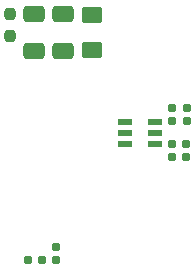
<source format=gbr>
%TF.GenerationSoftware,KiCad,Pcbnew,7.0.5*%
%TF.CreationDate,2024-01-17T11:15:44-05:00*%
%TF.ProjectId,CTRL,4354524c-2e6b-4696-9361-645f70636258,rev?*%
%TF.SameCoordinates,Original*%
%TF.FileFunction,Paste,Top*%
%TF.FilePolarity,Positive*%
%FSLAX46Y46*%
G04 Gerber Fmt 4.6, Leading zero omitted, Abs format (unit mm)*
G04 Created by KiCad (PCBNEW 7.0.5) date 2024-01-17 11:15:44*
%MOMM*%
%LPD*%
G01*
G04 APERTURE LIST*
G04 Aperture macros list*
%AMRoundRect*
0 Rectangle with rounded corners*
0 $1 Rounding radius*
0 $2 $3 $4 $5 $6 $7 $8 $9 X,Y pos of 4 corners*
0 Add a 4 corners polygon primitive as box body*
4,1,4,$2,$3,$4,$5,$6,$7,$8,$9,$2,$3,0*
0 Add four circle primitives for the rounded corners*
1,1,$1+$1,$2,$3*
1,1,$1+$1,$4,$5*
1,1,$1+$1,$6,$7*
1,1,$1+$1,$8,$9*
0 Add four rect primitives between the rounded corners*
20,1,$1+$1,$2,$3,$4,$5,0*
20,1,$1+$1,$4,$5,$6,$7,0*
20,1,$1+$1,$6,$7,$8,$9,0*
20,1,$1+$1,$8,$9,$2,$3,0*%
G04 Aperture macros list end*
%ADD10RoundRect,0.237500X0.237500X-0.250000X0.237500X0.250000X-0.237500X0.250000X-0.237500X-0.250000X0*%
%ADD11RoundRect,0.250001X-0.624999X0.462499X-0.624999X-0.462499X0.624999X-0.462499X0.624999X0.462499X0*%
%ADD12RoundRect,0.160000X0.197500X0.160000X-0.197500X0.160000X-0.197500X-0.160000X0.197500X-0.160000X0*%
%ADD13RoundRect,0.160000X-0.197500X-0.160000X0.197500X-0.160000X0.197500X0.160000X-0.197500X0.160000X0*%
%ADD14RoundRect,0.250000X-0.650000X0.412500X-0.650000X-0.412500X0.650000X-0.412500X0.650000X0.412500X0*%
%ADD15RoundRect,0.155000X0.155000X-0.212500X0.155000X0.212500X-0.155000X0.212500X-0.155000X-0.212500X0*%
%ADD16R,1.200000X0.600000*%
G04 APERTURE END LIST*
D10*
%TO.C,R4*%
X151260000Y-91911121D03*
X151260000Y-90086121D03*
%TD*%
D11*
%TO.C,F1*%
X158160000Y-90131121D03*
X158160000Y-93106121D03*
%TD*%
D12*
%TO.C,R15*%
X166190000Y-98048621D03*
X164995000Y-98048621D03*
%TD*%
%TO.C,R14*%
X166167500Y-102118621D03*
X164972500Y-102118621D03*
%TD*%
D13*
%TO.C,R2*%
X164972500Y-101098621D03*
X166167500Y-101098621D03*
%TD*%
D14*
%TO.C,C3*%
X153260000Y-90086121D03*
X153260000Y-93211121D03*
%TD*%
D15*
%TO.C,C4*%
X155160000Y-110898621D03*
X155160000Y-109763621D03*
%TD*%
D12*
%TO.C,R3*%
X153982500Y-110898621D03*
X152787500Y-110898621D03*
%TD*%
D13*
%TO.C,R1*%
X164995000Y-99098621D03*
X166190000Y-99098621D03*
%TD*%
D16*
%TO.C,U4*%
X161000000Y-99158621D03*
X161000000Y-100108621D03*
X161000000Y-101058621D03*
X163500000Y-101058621D03*
X163500000Y-100108621D03*
X163500000Y-99158621D03*
%TD*%
D14*
%TO.C,C2*%
X155725000Y-90086121D03*
X155725000Y-93211121D03*
%TD*%
M02*

</source>
